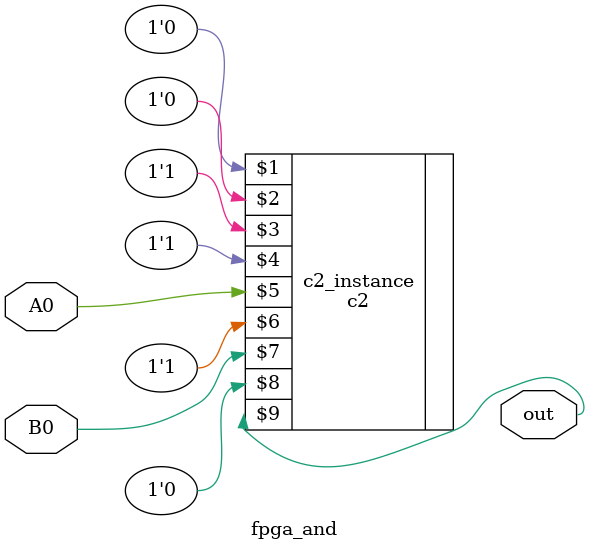
<source format=v>
`include "c2.v"

module fpga_and(input A0, B0, output out);

    c2 c2_instance(1'b0, 1'b0, 1'b1, 1'b1, A0, 1'b1, B0, 1'b0, out);

endmodule
</source>
